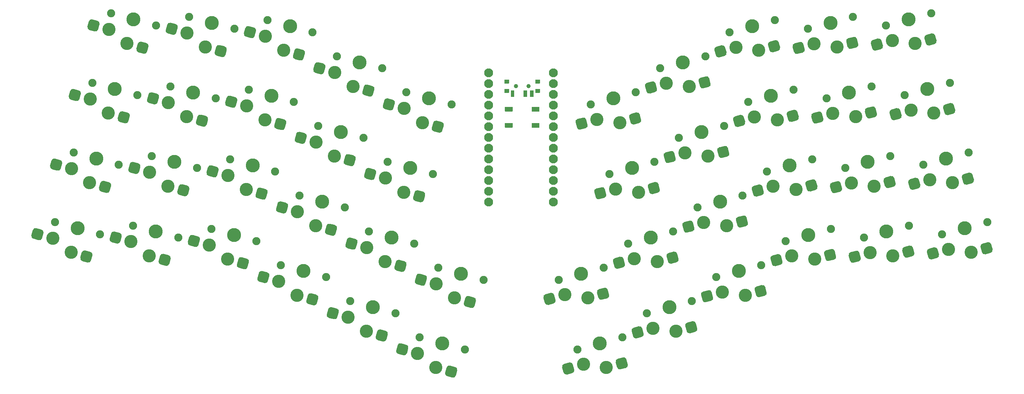
<source format=gbr>
%TF.GenerationSoftware,KiCad,Pcbnew,(5.1.10)-1*%
%TF.CreationDate,2021-10-19T15:54:07-06:00*%
%TF.ProjectId,batreus,62617472-6575-4732-9e6b-696361645f70,rev?*%
%TF.SameCoordinates,Original*%
%TF.FileFunction,Soldermask,Bot*%
%TF.FilePolarity,Negative*%
%FSLAX46Y46*%
G04 Gerber Fmt 4.6, Leading zero omitted, Abs format (unit mm)*
G04 Created by KiCad (PCBNEW (5.1.10)-1) date 2021-10-19 15:54:07*
%MOMM*%
%LPD*%
G01*
G04 APERTURE LIST*
%ADD10C,3.100000*%
%ADD11C,1.900000*%
%ADD12C,3.300000*%
%ADD13C,2.100000*%
%ADD14C,1.000000*%
G04 APERTURE END LIST*
%TO.C,S20*%
G36*
G01*
X39085848Y-106709639D02*
X39422313Y-105453936D01*
G75*
G02*
X40218397Y-104994316I627852J-168232D01*
G01*
X41474100Y-105330781D01*
G75*
G02*
X41933720Y-106126865I-168232J-627852D01*
G01*
X41597255Y-107382568D01*
G75*
G02*
X40801171Y-107842188I-627852J168232D01*
G01*
X39545468Y-107505723D01*
G75*
G02*
X39085848Y-106709639I168232J627852D01*
G01*
G37*
G36*
G01*
X50616400Y-111973322D02*
X50952865Y-110717619D01*
G75*
G02*
X51748949Y-110257999I627852J-168232D01*
G01*
X53004652Y-110594464D01*
G75*
G02*
X53464272Y-111390548I-168232J-627852D01*
G01*
X53127807Y-112646251D01*
G75*
G02*
X52331723Y-113105871I-627852J168232D01*
G01*
X51076020Y-112769406D01*
G75*
G02*
X50616400Y-111973322I168232J627852D01*
G01*
G37*
D10*
X44132005Y-107388824D03*
X48418115Y-110711363D03*
D11*
X55257739Y-106435906D03*
X44632555Y-103588896D03*
D12*
X49945147Y-105012401D03*
%TD*%
%TO.C,S30*%
G36*
G01*
X34685925Y-123130378D02*
X35022390Y-121874675D01*
G75*
G02*
X35818474Y-121415055I627852J-168232D01*
G01*
X37074177Y-121751520D01*
G75*
G02*
X37533797Y-122547604I-168232J-627852D01*
G01*
X37197332Y-123803307D01*
G75*
G02*
X36401248Y-124262927I-627852J168232D01*
G01*
X35145545Y-123926462D01*
G75*
G02*
X34685925Y-123130378I168232J627852D01*
G01*
G37*
G36*
G01*
X46216477Y-128394061D02*
X46552942Y-127138358D01*
G75*
G02*
X47349026Y-126678738I627852J-168232D01*
G01*
X48604729Y-127015203D01*
G75*
G02*
X49064349Y-127811287I-168232J-627852D01*
G01*
X48727884Y-129066990D01*
G75*
G02*
X47931800Y-129526610I-627852J168232D01*
G01*
X46676097Y-129190145D01*
G75*
G02*
X46216477Y-128394061I168232J627852D01*
G01*
G37*
D10*
X39732082Y-123809563D03*
X44018192Y-127132102D03*
D11*
X50857816Y-122856645D03*
X40232632Y-120009635D03*
D12*
X45545224Y-121433140D03*
%TD*%
%TO.C,S43*%
G36*
G01*
X160000919Y-155490059D02*
X159664454Y-154234356D01*
G75*
G02*
X160124074Y-153438272I627852J168232D01*
G01*
X161379777Y-153101807D01*
G75*
G02*
X162175861Y-153561427I168232J-627852D01*
G01*
X162512326Y-154817130D01*
G75*
G02*
X162052706Y-155613214I-627852J-168232D01*
G01*
X160797003Y-155949679D01*
G75*
G02*
X160000919Y-155490059I-168232J627852D01*
G01*
G37*
G36*
G01*
X172618512Y-154283265D02*
X172282047Y-153027562D01*
G75*
G02*
X172741667Y-152231478I627852J168232D01*
G01*
X173997370Y-151895013D01*
G75*
G02*
X174793454Y-152354633I168232J-627852D01*
G01*
X175129919Y-153610336D01*
G75*
G02*
X174670299Y-154406420I-627852J-168232D01*
G01*
X173414596Y-154742885D01*
G75*
G02*
X172618512Y-154283265I-168232J627852D01*
G01*
G37*
D10*
X164710612Y-153555171D03*
X170083761Y-154289520D03*
D11*
X173869321Y-147167053D03*
X163244137Y-150014063D03*
D12*
X168556729Y-148590558D03*
%TD*%
%TO.C,S42*%
G36*
G01*
X120583972Y-150287796D02*
X120920437Y-149032093D01*
G75*
G02*
X121716521Y-148572473I627852J-168232D01*
G01*
X122972224Y-148908938D01*
G75*
G02*
X123431844Y-149705022I-168232J-627852D01*
G01*
X123095379Y-150960725D01*
G75*
G02*
X122299295Y-151420345I-627852J168232D01*
G01*
X121043592Y-151083880D01*
G75*
G02*
X120583972Y-150287796I168232J627852D01*
G01*
G37*
G36*
G01*
X132114524Y-155551479D02*
X132450989Y-154295776D01*
G75*
G02*
X133247073Y-153836156I627852J-168232D01*
G01*
X134502776Y-154172621D01*
G75*
G02*
X134962396Y-154968705I-168232J-627852D01*
G01*
X134625931Y-156224408D01*
G75*
G02*
X133829847Y-156684028I-627852J168232D01*
G01*
X132574144Y-156347563D01*
G75*
G02*
X132114524Y-155551479I168232J627852D01*
G01*
G37*
D10*
X125630129Y-150966981D03*
X129916239Y-154289520D03*
D11*
X136755863Y-150014063D03*
X126130679Y-147167053D03*
D12*
X131443271Y-148590558D03*
%TD*%
%TO.C,S41*%
G36*
G01*
X155600995Y-139069319D02*
X155264530Y-137813616D01*
G75*
G02*
X155724150Y-137017532I627852J168232D01*
G01*
X156979853Y-136681067D01*
G75*
G02*
X157775937Y-137140687I168232J-627852D01*
G01*
X158112402Y-138396390D01*
G75*
G02*
X157652782Y-139192474I-627852J-168232D01*
G01*
X156397079Y-139528939D01*
G75*
G02*
X155600995Y-139069319I-168232J627852D01*
G01*
G37*
G36*
G01*
X168218588Y-137862525D02*
X167882123Y-136606822D01*
G75*
G02*
X168341743Y-135810738I627852J168232D01*
G01*
X169597446Y-135474273D01*
G75*
G02*
X170393530Y-135933893I168232J-627852D01*
G01*
X170729995Y-137189596D01*
G75*
G02*
X170270375Y-137985680I-627852J-168232D01*
G01*
X169014672Y-138322145D01*
G75*
G02*
X168218588Y-137862525I-168232J627852D01*
G01*
G37*
D10*
X160310688Y-137134431D03*
X165683837Y-137868780D03*
D11*
X169469397Y-130746313D03*
X158844213Y-133593323D03*
D12*
X164156805Y-132169818D03*
%TD*%
%TO.C,S40*%
G36*
G01*
X124983896Y-133867056D02*
X125320361Y-132611353D01*
G75*
G02*
X126116445Y-132151733I627852J-168232D01*
G01*
X127372148Y-132488198D01*
G75*
G02*
X127831768Y-133284282I-168232J-627852D01*
G01*
X127495303Y-134539985D01*
G75*
G02*
X126699219Y-134999605I-627852J168232D01*
G01*
X125443516Y-134663140D01*
G75*
G02*
X124983896Y-133867056I168232J627852D01*
G01*
G37*
G36*
G01*
X136514448Y-139130739D02*
X136850913Y-137875036D01*
G75*
G02*
X137646997Y-137415416I627852J-168232D01*
G01*
X138902700Y-137751881D01*
G75*
G02*
X139362320Y-138547965I-168232J-627852D01*
G01*
X139025855Y-139803668D01*
G75*
G02*
X138229771Y-140263288I-627852J168232D01*
G01*
X136974068Y-139926823D01*
G75*
G02*
X136514448Y-139130739I168232J627852D01*
G01*
G37*
D10*
X130030053Y-134546241D03*
X134316163Y-137868780D03*
D11*
X141155787Y-133593323D03*
X130530603Y-130746313D03*
D12*
X135843195Y-132169818D03*
%TD*%
%TO.C,S39*%
G36*
G01*
X245898966Y-128332641D02*
X245562501Y-127076938D01*
G75*
G02*
X246022121Y-126280854I627852J168232D01*
G01*
X247277824Y-125944389D01*
G75*
G02*
X248073908Y-126404009I168232J-627852D01*
G01*
X248410373Y-127659712D01*
G75*
G02*
X247950753Y-128455796I-627852J-168232D01*
G01*
X246695050Y-128792261D01*
G75*
G02*
X245898966Y-128332641I-168232J627852D01*
G01*
G37*
G36*
G01*
X258516559Y-127125847D02*
X258180094Y-125870144D01*
G75*
G02*
X258639714Y-125074060I627852J168232D01*
G01*
X259895417Y-124737595D01*
G75*
G02*
X260691501Y-125197215I168232J-627852D01*
G01*
X261027966Y-126452918D01*
G75*
G02*
X260568346Y-127249002I-627852J-168232D01*
G01*
X259312643Y-127585467D01*
G75*
G02*
X258516559Y-127125847I-168232J627852D01*
G01*
G37*
D10*
X250608659Y-126397753D03*
X255981808Y-127132102D03*
D11*
X259767368Y-120009635D03*
X249142184Y-122856645D03*
D12*
X254454776Y-121433140D03*
%TD*%
%TO.C,S38*%
G36*
G01*
X227477025Y-129127681D02*
X227140560Y-127871978D01*
G75*
G02*
X227600180Y-127075894I627852J168232D01*
G01*
X228855883Y-126739429D01*
G75*
G02*
X229651967Y-127199049I168232J-627852D01*
G01*
X229988432Y-128454752D01*
G75*
G02*
X229528812Y-129250836I-627852J-168232D01*
G01*
X228273109Y-129587301D01*
G75*
G02*
X227477025Y-129127681I-168232J627852D01*
G01*
G37*
G36*
G01*
X240094618Y-127920887D02*
X239758153Y-126665184D01*
G75*
G02*
X240217773Y-125869100I627852J168232D01*
G01*
X241473476Y-125532635D01*
G75*
G02*
X242269560Y-125992255I168232J-627852D01*
G01*
X242606025Y-127247958D01*
G75*
G02*
X242146405Y-128044042I-627852J-168232D01*
G01*
X240890702Y-128380507D01*
G75*
G02*
X240094618Y-127920887I-168232J627852D01*
G01*
G37*
D10*
X232186718Y-127192793D03*
X237559867Y-127927142D03*
D11*
X241345427Y-120804675D03*
X230720243Y-123651685D03*
D12*
X236032835Y-122228180D03*
%TD*%
%TO.C,S37*%
G36*
G01*
X209055084Y-129922720D02*
X208718619Y-128667017D01*
G75*
G02*
X209178239Y-127870933I627852J168232D01*
G01*
X210433942Y-127534468D01*
G75*
G02*
X211230026Y-127994088I168232J-627852D01*
G01*
X211566491Y-129249791D01*
G75*
G02*
X211106871Y-130045875I-627852J-168232D01*
G01*
X209851168Y-130382340D01*
G75*
G02*
X209055084Y-129922720I-168232J627852D01*
G01*
G37*
G36*
G01*
X221672677Y-128715926D02*
X221336212Y-127460223D01*
G75*
G02*
X221795832Y-126664139I627852J168232D01*
G01*
X223051535Y-126327674D01*
G75*
G02*
X223847619Y-126787294I168232J-627852D01*
G01*
X224184084Y-128042997D01*
G75*
G02*
X223724464Y-128839081I-627852J-168232D01*
G01*
X222468761Y-129175546D01*
G75*
G02*
X221672677Y-128715926I-168232J627852D01*
G01*
G37*
D10*
X213764777Y-127987832D03*
X219137926Y-128722181D03*
D11*
X222923486Y-121599714D03*
X212298302Y-124446724D03*
D12*
X217610894Y-123023219D03*
%TD*%
%TO.C,S36*%
G36*
G01*
X192703695Y-138445166D02*
X192367230Y-137189463D01*
G75*
G02*
X192826850Y-136393379I627852J168232D01*
G01*
X194082553Y-136056914D01*
G75*
G02*
X194878637Y-136516534I168232J-627852D01*
G01*
X195215102Y-137772237D01*
G75*
G02*
X194755482Y-138568321I-627852J-168232D01*
G01*
X193499779Y-138904786D01*
G75*
G02*
X192703695Y-138445166I-168232J627852D01*
G01*
G37*
G36*
G01*
X205321288Y-137238372D02*
X204984823Y-135982669D01*
G75*
G02*
X205444443Y-135186585I627852J168232D01*
G01*
X206700146Y-134850120D01*
G75*
G02*
X207496230Y-135309740I168232J-627852D01*
G01*
X207832695Y-136565443D01*
G75*
G02*
X207373075Y-137361527I-627852J-168232D01*
G01*
X206117372Y-137697992D01*
G75*
G02*
X205321288Y-137238372I-168232J627852D01*
G01*
G37*
D10*
X197413388Y-136510278D03*
X202786537Y-137244627D03*
D11*
X206572097Y-130122160D03*
X195946913Y-132969170D03*
D12*
X201259505Y-131545665D03*
%TD*%
%TO.C,S35*%
G36*
G01*
X176352307Y-146967612D02*
X176015842Y-145711909D01*
G75*
G02*
X176475462Y-144915825I627852J168232D01*
G01*
X177731165Y-144579360D01*
G75*
G02*
X178527249Y-145038980I168232J-627852D01*
G01*
X178863714Y-146294683D01*
G75*
G02*
X178404094Y-147090767I-627852J-168232D01*
G01*
X177148391Y-147427232D01*
G75*
G02*
X176352307Y-146967612I-168232J627852D01*
G01*
G37*
G36*
G01*
X188969900Y-145760818D02*
X188633435Y-144505115D01*
G75*
G02*
X189093055Y-143709031I627852J168232D01*
G01*
X190348758Y-143372566D01*
G75*
G02*
X191144842Y-143832186I168232J-627852D01*
G01*
X191481307Y-145087889D01*
G75*
G02*
X191021687Y-145883973I-627852J-168232D01*
G01*
X189765984Y-146220438D01*
G75*
G02*
X188969900Y-145760818I-168232J627852D01*
G01*
G37*
D10*
X181062000Y-145032724D03*
X186435149Y-145767073D03*
D11*
X190220709Y-138644606D03*
X179595525Y-141491616D03*
D12*
X184908117Y-140068111D03*
%TD*%
%TO.C,S34*%
G36*
G01*
X104232584Y-141765349D02*
X104569049Y-140509646D01*
G75*
G02*
X105365133Y-140050026I627852J-168232D01*
G01*
X106620836Y-140386491D01*
G75*
G02*
X107080456Y-141182575I-168232J-627852D01*
G01*
X106743991Y-142438278D01*
G75*
G02*
X105947907Y-142897898I-627852J168232D01*
G01*
X104692204Y-142561433D01*
G75*
G02*
X104232584Y-141765349I168232J627852D01*
G01*
G37*
G36*
G01*
X115763136Y-147029032D02*
X116099601Y-145773329D01*
G75*
G02*
X116895685Y-145313709I627852J-168232D01*
G01*
X118151388Y-145650174D01*
G75*
G02*
X118611008Y-146446258I-168232J-627852D01*
G01*
X118274543Y-147701961D01*
G75*
G02*
X117478459Y-148161581I-627852J168232D01*
G01*
X116222756Y-147825116D01*
G75*
G02*
X115763136Y-147029032I168232J627852D01*
G01*
G37*
D10*
X109278741Y-142444534D03*
X113564851Y-145767073D03*
D11*
X120404475Y-141491616D03*
X109779291Y-138644606D03*
D12*
X115091883Y-140068111D03*
%TD*%
%TO.C,S33*%
G36*
G01*
X87881196Y-133242903D02*
X88217661Y-131987200D01*
G75*
G02*
X89013745Y-131527580I627852J-168232D01*
G01*
X90269448Y-131864045D01*
G75*
G02*
X90729068Y-132660129I-168232J-627852D01*
G01*
X90392603Y-133915832D01*
G75*
G02*
X89596519Y-134375452I-627852J168232D01*
G01*
X88340816Y-134038987D01*
G75*
G02*
X87881196Y-133242903I168232J627852D01*
G01*
G37*
G36*
G01*
X99411748Y-138506586D02*
X99748213Y-137250883D01*
G75*
G02*
X100544297Y-136791263I627852J-168232D01*
G01*
X101800000Y-137127728D01*
G75*
G02*
X102259620Y-137923812I-168232J-627852D01*
G01*
X101923155Y-139179515D01*
G75*
G02*
X101127071Y-139639135I-627852J168232D01*
G01*
X99871368Y-139302670D01*
G75*
G02*
X99411748Y-138506586I168232J627852D01*
G01*
G37*
D10*
X92927353Y-133922088D03*
X97213463Y-137244627D03*
D11*
X104053087Y-132969170D03*
X93427903Y-130122160D03*
D12*
X98740495Y-131545665D03*
%TD*%
%TO.C,S32*%
G36*
G01*
X71529807Y-124720457D02*
X71866272Y-123464754D01*
G75*
G02*
X72662356Y-123005134I627852J-168232D01*
G01*
X73918059Y-123341599D01*
G75*
G02*
X74377679Y-124137683I-168232J-627852D01*
G01*
X74041214Y-125393386D01*
G75*
G02*
X73245130Y-125853006I-627852J168232D01*
G01*
X71989427Y-125516541D01*
G75*
G02*
X71529807Y-124720457I168232J627852D01*
G01*
G37*
G36*
G01*
X83060359Y-129984140D02*
X83396824Y-128728437D01*
G75*
G02*
X84192908Y-128268817I627852J-168232D01*
G01*
X85448611Y-128605282D01*
G75*
G02*
X85908231Y-129401366I-168232J-627852D01*
G01*
X85571766Y-130657069D01*
G75*
G02*
X84775682Y-131116689I-627852J168232D01*
G01*
X83519979Y-130780224D01*
G75*
G02*
X83060359Y-129984140I168232J627852D01*
G01*
G37*
D10*
X76575964Y-125399642D03*
X80862074Y-128722181D03*
D11*
X87701698Y-124446724D03*
X77076514Y-121599714D03*
D12*
X82389106Y-123023219D03*
%TD*%
%TO.C,S31*%
G36*
G01*
X53107866Y-123925418D02*
X53444331Y-122669715D01*
G75*
G02*
X54240415Y-122210095I627852J-168232D01*
G01*
X55496118Y-122546560D01*
G75*
G02*
X55955738Y-123342644I-168232J-627852D01*
G01*
X55619273Y-124598347D01*
G75*
G02*
X54823189Y-125057967I-627852J168232D01*
G01*
X53567486Y-124721502D01*
G75*
G02*
X53107866Y-123925418I168232J627852D01*
G01*
G37*
G36*
G01*
X64638418Y-129189101D02*
X64974883Y-127933398D01*
G75*
G02*
X65770967Y-127473778I627852J-168232D01*
G01*
X67026670Y-127810243D01*
G75*
G02*
X67486290Y-128606327I-168232J-627852D01*
G01*
X67149825Y-129862030D01*
G75*
G02*
X66353741Y-130321650I-627852J168232D01*
G01*
X65098038Y-129985185D01*
G75*
G02*
X64638418Y-129189101I168232J627852D01*
G01*
G37*
D10*
X58154023Y-124604603D03*
X62440133Y-127927142D03*
D11*
X69279757Y-123651685D03*
X58654573Y-120804675D03*
D12*
X63967165Y-122228180D03*
%TD*%
%TO.C,S29*%
G36*
G01*
X241499043Y-111911902D02*
X241162578Y-110656199D01*
G75*
G02*
X241622198Y-109860115I627852J168232D01*
G01*
X242877901Y-109523650D01*
G75*
G02*
X243673985Y-109983270I168232J-627852D01*
G01*
X244010450Y-111238973D01*
G75*
G02*
X243550830Y-112035057I-627852J-168232D01*
G01*
X242295127Y-112371522D01*
G75*
G02*
X241499043Y-111911902I-168232J627852D01*
G01*
G37*
G36*
G01*
X254116636Y-110705108D02*
X253780171Y-109449405D01*
G75*
G02*
X254239791Y-108653321I627852J168232D01*
G01*
X255495494Y-108316856D01*
G75*
G02*
X256291578Y-108776476I168232J-627852D01*
G01*
X256628043Y-110032179D01*
G75*
G02*
X256168423Y-110828263I-627852J-168232D01*
G01*
X254912720Y-111164728D01*
G75*
G02*
X254116636Y-110705108I-168232J627852D01*
G01*
G37*
D10*
X246208736Y-109977014D03*
X251581885Y-110711363D03*
D11*
X255367445Y-103588896D03*
X244742261Y-106435906D03*
D12*
X250054853Y-105012401D03*
%TD*%
%TO.C,S28*%
G36*
G01*
X223077102Y-112706942D02*
X222740637Y-111451239D01*
G75*
G02*
X223200257Y-110655155I627852J168232D01*
G01*
X224455960Y-110318690D01*
G75*
G02*
X225252044Y-110778310I168232J-627852D01*
G01*
X225588509Y-112034013D01*
G75*
G02*
X225128889Y-112830097I-627852J-168232D01*
G01*
X223873186Y-113166562D01*
G75*
G02*
X223077102Y-112706942I-168232J627852D01*
G01*
G37*
G36*
G01*
X235694695Y-111500148D02*
X235358230Y-110244445D01*
G75*
G02*
X235817850Y-109448361I627852J168232D01*
G01*
X237073553Y-109111896D01*
G75*
G02*
X237869637Y-109571516I168232J-627852D01*
G01*
X238206102Y-110827219D01*
G75*
G02*
X237746482Y-111623303I-627852J-168232D01*
G01*
X236490779Y-111959768D01*
G75*
G02*
X235694695Y-111500148I-168232J627852D01*
G01*
G37*
D10*
X227786795Y-110772054D03*
X233159944Y-111506403D03*
D11*
X236945504Y-104383936D03*
X226320320Y-107230946D03*
D12*
X231632912Y-105807441D03*
%TD*%
%TO.C,S27*%
G36*
G01*
X204655161Y-113501981D02*
X204318696Y-112246278D01*
G75*
G02*
X204778316Y-111450194I627852J168232D01*
G01*
X206034019Y-111113729D01*
G75*
G02*
X206830103Y-111573349I168232J-627852D01*
G01*
X207166568Y-112829052D01*
G75*
G02*
X206706948Y-113625136I-627852J-168232D01*
G01*
X205451245Y-113961601D01*
G75*
G02*
X204655161Y-113501981I-168232J627852D01*
G01*
G37*
G36*
G01*
X217272754Y-112295187D02*
X216936289Y-111039484D01*
G75*
G02*
X217395909Y-110243400I627852J168232D01*
G01*
X218651612Y-109906935D01*
G75*
G02*
X219447696Y-110366555I168232J-627852D01*
G01*
X219784161Y-111622258D01*
G75*
G02*
X219324541Y-112418342I-627852J-168232D01*
G01*
X218068838Y-112754807D01*
G75*
G02*
X217272754Y-112295187I-168232J627852D01*
G01*
G37*
D10*
X209364854Y-111567093D03*
X214738003Y-112301442D03*
D11*
X218523563Y-105178975D03*
X207898379Y-108025985D03*
D12*
X213210971Y-106602480D03*
%TD*%
%TO.C,S26*%
G36*
G01*
X188303772Y-122024427D02*
X187967307Y-120768724D01*
G75*
G02*
X188426927Y-119972640I627852J168232D01*
G01*
X189682630Y-119636175D01*
G75*
G02*
X190478714Y-120095795I168232J-627852D01*
G01*
X190815179Y-121351498D01*
G75*
G02*
X190355559Y-122147582I-627852J-168232D01*
G01*
X189099856Y-122484047D01*
G75*
G02*
X188303772Y-122024427I-168232J627852D01*
G01*
G37*
G36*
G01*
X200921365Y-120817633D02*
X200584900Y-119561930D01*
G75*
G02*
X201044520Y-118765846I627852J168232D01*
G01*
X202300223Y-118429381D01*
G75*
G02*
X203096307Y-118889001I168232J-627852D01*
G01*
X203432772Y-120144704D01*
G75*
G02*
X202973152Y-120940788I-627852J-168232D01*
G01*
X201717449Y-121277253D01*
G75*
G02*
X200921365Y-120817633I-168232J627852D01*
G01*
G37*
D10*
X193013465Y-120089539D03*
X198386614Y-120823888D03*
D11*
X202172174Y-113701421D03*
X191546990Y-116548431D03*
D12*
X196859582Y-115124926D03*
%TD*%
%TO.C,S25*%
G36*
G01*
X171952383Y-130546873D02*
X171615918Y-129291170D01*
G75*
G02*
X172075538Y-128495086I627852J168232D01*
G01*
X173331241Y-128158621D01*
G75*
G02*
X174127325Y-128618241I168232J-627852D01*
G01*
X174463790Y-129873944D01*
G75*
G02*
X174004170Y-130670028I-627852J-168232D01*
G01*
X172748467Y-131006493D01*
G75*
G02*
X171952383Y-130546873I-168232J627852D01*
G01*
G37*
G36*
G01*
X184569976Y-129340079D02*
X184233511Y-128084376D01*
G75*
G02*
X184693131Y-127288292I627852J168232D01*
G01*
X185948834Y-126951827D01*
G75*
G02*
X186744918Y-127411447I168232J-627852D01*
G01*
X187081383Y-128667150D01*
G75*
G02*
X186621763Y-129463234I-627852J-168232D01*
G01*
X185366060Y-129799699D01*
G75*
G02*
X184569976Y-129340079I-168232J627852D01*
G01*
G37*
D10*
X176662076Y-128611985D03*
X182035225Y-129346334D03*
D11*
X185820785Y-122223867D03*
X175195601Y-125070877D03*
D12*
X180508193Y-123647372D03*
%TD*%
%TO.C,S24*%
G36*
G01*
X108632508Y-125344610D02*
X108968973Y-124088907D01*
G75*
G02*
X109765057Y-123629287I627852J-168232D01*
G01*
X111020760Y-123965752D01*
G75*
G02*
X111480380Y-124761836I-168232J-627852D01*
G01*
X111143915Y-126017539D01*
G75*
G02*
X110347831Y-126477159I-627852J168232D01*
G01*
X109092128Y-126140694D01*
G75*
G02*
X108632508Y-125344610I168232J627852D01*
G01*
G37*
G36*
G01*
X120163060Y-130608293D02*
X120499525Y-129352590D01*
G75*
G02*
X121295609Y-128892970I627852J-168232D01*
G01*
X122551312Y-129229435D01*
G75*
G02*
X123010932Y-130025519I-168232J-627852D01*
G01*
X122674467Y-131281222D01*
G75*
G02*
X121878383Y-131740842I-627852J168232D01*
G01*
X120622680Y-131404377D01*
G75*
G02*
X120163060Y-130608293I168232J627852D01*
G01*
G37*
D10*
X113678665Y-126023795D03*
X117964775Y-129346334D03*
D11*
X124804399Y-125070877D03*
X114179215Y-122223867D03*
D12*
X119491807Y-123647372D03*
%TD*%
%TO.C,S23*%
G36*
G01*
X92281119Y-116822164D02*
X92617584Y-115566461D01*
G75*
G02*
X93413668Y-115106841I627852J-168232D01*
G01*
X94669371Y-115443306D01*
G75*
G02*
X95128991Y-116239390I-168232J-627852D01*
G01*
X94792526Y-117495093D01*
G75*
G02*
X93996442Y-117954713I-627852J168232D01*
G01*
X92740739Y-117618248D01*
G75*
G02*
X92281119Y-116822164I168232J627852D01*
G01*
G37*
G36*
G01*
X103811671Y-122085847D02*
X104148136Y-120830144D01*
G75*
G02*
X104944220Y-120370524I627852J-168232D01*
G01*
X106199923Y-120706989D01*
G75*
G02*
X106659543Y-121503073I-168232J-627852D01*
G01*
X106323078Y-122758776D01*
G75*
G02*
X105526994Y-123218396I-627852J168232D01*
G01*
X104271291Y-122881931D01*
G75*
G02*
X103811671Y-122085847I168232J627852D01*
G01*
G37*
D10*
X97327276Y-117501349D03*
X101613386Y-120823888D03*
D11*
X108453010Y-116548431D03*
X97827826Y-113701421D03*
D12*
X103140418Y-115124926D03*
%TD*%
%TO.C,S22*%
G36*
G01*
X75929730Y-108299718D02*
X76266195Y-107044015D01*
G75*
G02*
X77062279Y-106584395I627852J-168232D01*
G01*
X78317982Y-106920860D01*
G75*
G02*
X78777602Y-107716944I-168232J-627852D01*
G01*
X78441137Y-108972647D01*
G75*
G02*
X77645053Y-109432267I-627852J168232D01*
G01*
X76389350Y-109095802D01*
G75*
G02*
X75929730Y-108299718I168232J627852D01*
G01*
G37*
G36*
G01*
X87460282Y-113563401D02*
X87796747Y-112307698D01*
G75*
G02*
X88592831Y-111848078I627852J-168232D01*
G01*
X89848534Y-112184543D01*
G75*
G02*
X90308154Y-112980627I-168232J-627852D01*
G01*
X89971689Y-114236330D01*
G75*
G02*
X89175605Y-114695950I-627852J168232D01*
G01*
X87919902Y-114359485D01*
G75*
G02*
X87460282Y-113563401I168232J627852D01*
G01*
G37*
D10*
X80975887Y-108978903D03*
X85261997Y-112301442D03*
D11*
X92101621Y-108025985D03*
X81476437Y-105178975D03*
D12*
X86789029Y-106602480D03*
%TD*%
%TO.C,S21*%
G36*
G01*
X57507789Y-107504679D02*
X57844254Y-106248976D01*
G75*
G02*
X58640338Y-105789356I627852J-168232D01*
G01*
X59896041Y-106125821D01*
G75*
G02*
X60355661Y-106921905I-168232J-627852D01*
G01*
X60019196Y-108177608D01*
G75*
G02*
X59223112Y-108637228I-627852J168232D01*
G01*
X57967409Y-108300763D01*
G75*
G02*
X57507789Y-107504679I168232J627852D01*
G01*
G37*
G36*
G01*
X69038341Y-112768362D02*
X69374806Y-111512659D01*
G75*
G02*
X70170890Y-111053039I627852J-168232D01*
G01*
X71426593Y-111389504D01*
G75*
G02*
X71886213Y-112185588I-168232J-627852D01*
G01*
X71549748Y-113441291D01*
G75*
G02*
X70753664Y-113900911I-627852J168232D01*
G01*
X69497961Y-113564446D01*
G75*
G02*
X69038341Y-112768362I168232J627852D01*
G01*
G37*
D10*
X62553946Y-108183864D03*
X66840056Y-111506403D03*
D11*
X73679680Y-107230946D03*
X63054496Y-104383936D03*
D12*
X68367088Y-105807441D03*
%TD*%
%TO.C,S19*%
G36*
G01*
X237099118Y-95491163D02*
X236762653Y-94235460D01*
G75*
G02*
X237222273Y-93439376I627852J168232D01*
G01*
X238477976Y-93102911D01*
G75*
G02*
X239274060Y-93562531I168232J-627852D01*
G01*
X239610525Y-94818234D01*
G75*
G02*
X239150905Y-95614318I-627852J-168232D01*
G01*
X237895202Y-95950783D01*
G75*
G02*
X237099118Y-95491163I-168232J627852D01*
G01*
G37*
G36*
G01*
X249716711Y-94284369D02*
X249380246Y-93028666D01*
G75*
G02*
X249839866Y-92232582I627852J168232D01*
G01*
X251095569Y-91896117D01*
G75*
G02*
X251891653Y-92355737I168232J-627852D01*
G01*
X252228118Y-93611440D01*
G75*
G02*
X251768498Y-94407524I-627852J-168232D01*
G01*
X250512795Y-94743989D01*
G75*
G02*
X249716711Y-94284369I-168232J627852D01*
G01*
G37*
D10*
X241808811Y-93556275D03*
X247181960Y-94290624D03*
D11*
X250967520Y-87168157D03*
X240342336Y-90015167D03*
D12*
X245654928Y-88591662D03*
%TD*%
%TO.C,S18*%
G36*
G01*
X218677178Y-96286203D02*
X218340713Y-95030500D01*
G75*
G02*
X218800333Y-94234416I627852J168232D01*
G01*
X220056036Y-93897951D01*
G75*
G02*
X220852120Y-94357571I168232J-627852D01*
G01*
X221188585Y-95613274D01*
G75*
G02*
X220728965Y-96409358I-627852J-168232D01*
G01*
X219473262Y-96745823D01*
G75*
G02*
X218677178Y-96286203I-168232J627852D01*
G01*
G37*
G36*
G01*
X231294771Y-95079409D02*
X230958306Y-93823706D01*
G75*
G02*
X231417926Y-93027622I627852J168232D01*
G01*
X232673629Y-92691157D01*
G75*
G02*
X233469713Y-93150777I168232J-627852D01*
G01*
X233806178Y-94406480D01*
G75*
G02*
X233346558Y-95202564I-627852J-168232D01*
G01*
X232090855Y-95539029D01*
G75*
G02*
X231294771Y-95079409I-168232J627852D01*
G01*
G37*
D10*
X223386871Y-94351315D03*
X228760020Y-95085664D03*
D11*
X232545580Y-87963197D03*
X221920396Y-90810207D03*
D12*
X227232988Y-89386702D03*
%TD*%
%TO.C,S17*%
G36*
G01*
X200255236Y-97081242D02*
X199918771Y-95825539D01*
G75*
G02*
X200378391Y-95029455I627852J168232D01*
G01*
X201634094Y-94692990D01*
G75*
G02*
X202430178Y-95152610I168232J-627852D01*
G01*
X202766643Y-96408313D01*
G75*
G02*
X202307023Y-97204397I-627852J-168232D01*
G01*
X201051320Y-97540862D01*
G75*
G02*
X200255236Y-97081242I-168232J627852D01*
G01*
G37*
G36*
G01*
X212872829Y-95874448D02*
X212536364Y-94618745D01*
G75*
G02*
X212995984Y-93822661I627852J168232D01*
G01*
X214251687Y-93486196D01*
G75*
G02*
X215047771Y-93945816I168232J-627852D01*
G01*
X215384236Y-95201519D01*
G75*
G02*
X214924616Y-95997603I-627852J-168232D01*
G01*
X213668913Y-96334068D01*
G75*
G02*
X212872829Y-95874448I-168232J627852D01*
G01*
G37*
D10*
X204964929Y-95146354D03*
X210338078Y-95880703D03*
D11*
X214123638Y-88758236D03*
X203498454Y-91605246D03*
D12*
X208811046Y-90181741D03*
%TD*%
%TO.C,S16*%
G36*
G01*
X183903848Y-105603688D02*
X183567383Y-104347985D01*
G75*
G02*
X184027003Y-103551901I627852J168232D01*
G01*
X185282706Y-103215436D01*
G75*
G02*
X186078790Y-103675056I168232J-627852D01*
G01*
X186415255Y-104930759D01*
G75*
G02*
X185955635Y-105726843I-627852J-168232D01*
G01*
X184699932Y-106063308D01*
G75*
G02*
X183903848Y-105603688I-168232J627852D01*
G01*
G37*
G36*
G01*
X196521441Y-104396894D02*
X196184976Y-103141191D01*
G75*
G02*
X196644596Y-102345107I627852J168232D01*
G01*
X197900299Y-102008642D01*
G75*
G02*
X198696383Y-102468262I168232J-627852D01*
G01*
X199032848Y-103723965D01*
G75*
G02*
X198573228Y-104520049I-627852J-168232D01*
G01*
X197317525Y-104856514D01*
G75*
G02*
X196521441Y-104396894I-168232J627852D01*
G01*
G37*
D10*
X188613541Y-103668800D03*
X193986690Y-104403149D03*
D11*
X197772250Y-97280682D03*
X187147066Y-100127692D03*
D12*
X192459658Y-98704187D03*
%TD*%
%TO.C,S15*%
G36*
G01*
X167552459Y-114126134D02*
X167215994Y-112870431D01*
G75*
G02*
X167675614Y-112074347I627852J168232D01*
G01*
X168931317Y-111737882D01*
G75*
G02*
X169727401Y-112197502I168232J-627852D01*
G01*
X170063866Y-113453205D01*
G75*
G02*
X169604246Y-114249289I-627852J-168232D01*
G01*
X168348543Y-114585754D01*
G75*
G02*
X167552459Y-114126134I-168232J627852D01*
G01*
G37*
G36*
G01*
X180170052Y-112919340D02*
X179833587Y-111663637D01*
G75*
G02*
X180293207Y-110867553I627852J168232D01*
G01*
X181548910Y-110531088D01*
G75*
G02*
X182344994Y-110990708I168232J-627852D01*
G01*
X182681459Y-112246411D01*
G75*
G02*
X182221839Y-113042495I-627852J-168232D01*
G01*
X180966136Y-113378960D01*
G75*
G02*
X180170052Y-112919340I-168232J627852D01*
G01*
G37*
D10*
X172262152Y-112191246D03*
X177635301Y-112925595D03*
D11*
X181420861Y-105803128D03*
X170795677Y-108650138D03*
D12*
X176108269Y-107226633D03*
%TD*%
%TO.C,S14*%
G36*
G01*
X113032432Y-108923871D02*
X113368897Y-107668168D01*
G75*
G02*
X114164981Y-107208548I627852J-168232D01*
G01*
X115420684Y-107545013D01*
G75*
G02*
X115880304Y-108341097I-168232J-627852D01*
G01*
X115543839Y-109596800D01*
G75*
G02*
X114747755Y-110056420I-627852J168232D01*
G01*
X113492052Y-109719955D01*
G75*
G02*
X113032432Y-108923871I168232J627852D01*
G01*
G37*
G36*
G01*
X124562984Y-114187554D02*
X124899449Y-112931851D01*
G75*
G02*
X125695533Y-112472231I627852J-168232D01*
G01*
X126951236Y-112808696D01*
G75*
G02*
X127410856Y-113604780I-168232J-627852D01*
G01*
X127074391Y-114860483D01*
G75*
G02*
X126278307Y-115320103I-627852J168232D01*
G01*
X125022604Y-114983638D01*
G75*
G02*
X124562984Y-114187554I168232J627852D01*
G01*
G37*
D10*
X118078589Y-109603056D03*
X122364699Y-112925595D03*
D11*
X129204323Y-108650138D03*
X118579139Y-105803128D03*
D12*
X123891731Y-107226633D03*
%TD*%
%TO.C,S13*%
G36*
G01*
X96681043Y-100401425D02*
X97017508Y-99145722D01*
G75*
G02*
X97813592Y-98686102I627852J-168232D01*
G01*
X99069295Y-99022567D01*
G75*
G02*
X99528915Y-99818651I-168232J-627852D01*
G01*
X99192450Y-101074354D01*
G75*
G02*
X98396366Y-101533974I-627852J168232D01*
G01*
X97140663Y-101197509D01*
G75*
G02*
X96681043Y-100401425I168232J627852D01*
G01*
G37*
G36*
G01*
X108211595Y-105665108D02*
X108548060Y-104409405D01*
G75*
G02*
X109344144Y-103949785I627852J-168232D01*
G01*
X110599847Y-104286250D01*
G75*
G02*
X111059467Y-105082334I-168232J-627852D01*
G01*
X110723002Y-106338037D01*
G75*
G02*
X109926918Y-106797657I-627852J168232D01*
G01*
X108671215Y-106461192D01*
G75*
G02*
X108211595Y-105665108I168232J627852D01*
G01*
G37*
D10*
X101727200Y-101080610D03*
X106013310Y-104403149D03*
D11*
X112852934Y-100127692D03*
X102227750Y-97280682D03*
D12*
X107540342Y-98704187D03*
%TD*%
%TO.C,S12*%
G36*
G01*
X80329655Y-91878979D02*
X80666120Y-90623276D01*
G75*
G02*
X81462204Y-90163656I627852J-168232D01*
G01*
X82717907Y-90500121D01*
G75*
G02*
X83177527Y-91296205I-168232J-627852D01*
G01*
X82841062Y-92551908D01*
G75*
G02*
X82044978Y-93011528I-627852J168232D01*
G01*
X80789275Y-92675063D01*
G75*
G02*
X80329655Y-91878979I168232J627852D01*
G01*
G37*
G36*
G01*
X91860207Y-97142662D02*
X92196672Y-95886959D01*
G75*
G02*
X92992756Y-95427339I627852J-168232D01*
G01*
X94248459Y-95763804D01*
G75*
G02*
X94708079Y-96559888I-168232J-627852D01*
G01*
X94371614Y-97815591D01*
G75*
G02*
X93575530Y-98275211I-627852J168232D01*
G01*
X92319827Y-97938746D01*
G75*
G02*
X91860207Y-97142662I168232J627852D01*
G01*
G37*
D10*
X85375812Y-92558164D03*
X89661922Y-95880703D03*
D11*
X96501546Y-91605246D03*
X85876362Y-88758236D03*
D12*
X91188954Y-90181741D03*
%TD*%
%TO.C,S11*%
G36*
G01*
X61907713Y-91083940D02*
X62244178Y-89828237D01*
G75*
G02*
X63040262Y-89368617I627852J-168232D01*
G01*
X64295965Y-89705082D01*
G75*
G02*
X64755585Y-90501166I-168232J-627852D01*
G01*
X64419120Y-91756869D01*
G75*
G02*
X63623036Y-92216489I-627852J168232D01*
G01*
X62367333Y-91880024D01*
G75*
G02*
X61907713Y-91083940I168232J627852D01*
G01*
G37*
G36*
G01*
X73438265Y-96347623D02*
X73774730Y-95091920D01*
G75*
G02*
X74570814Y-94632300I627852J-168232D01*
G01*
X75826517Y-94968765D01*
G75*
G02*
X76286137Y-95764849I-168232J-627852D01*
G01*
X75949672Y-97020552D01*
G75*
G02*
X75153588Y-97480172I-627852J168232D01*
G01*
X73897885Y-97143707D01*
G75*
G02*
X73438265Y-96347623I168232J627852D01*
G01*
G37*
D10*
X66953870Y-91763125D03*
X71239980Y-95085664D03*
D11*
X78079604Y-90810207D03*
X67454420Y-87963197D03*
D12*
X72767012Y-89386702D03*
%TD*%
%TO.C,S10*%
G36*
G01*
X43485773Y-90288900D02*
X43822238Y-89033197D01*
G75*
G02*
X44618322Y-88573577I627852J-168232D01*
G01*
X45874025Y-88910042D01*
G75*
G02*
X46333645Y-89706126I-168232J-627852D01*
G01*
X45997180Y-90961829D01*
G75*
G02*
X45201096Y-91421449I-627852J168232D01*
G01*
X43945393Y-91084984D01*
G75*
G02*
X43485773Y-90288900I168232J627852D01*
G01*
G37*
G36*
G01*
X55016325Y-95552583D02*
X55352790Y-94296880D01*
G75*
G02*
X56148874Y-93837260I627852J-168232D01*
G01*
X57404577Y-94173725D01*
G75*
G02*
X57864197Y-94969809I-168232J-627852D01*
G01*
X57527732Y-96225512D01*
G75*
G02*
X56731648Y-96685132I-627852J168232D01*
G01*
X55475945Y-96348667D01*
G75*
G02*
X55016325Y-95552583I168232J627852D01*
G01*
G37*
D10*
X48531930Y-90968085D03*
X52818040Y-94290624D03*
D11*
X59657664Y-90015167D03*
X49032480Y-87168157D03*
D12*
X54345072Y-88591662D03*
%TD*%
%TO.C,S9*%
G36*
G01*
X232699195Y-79070424D02*
X232362730Y-77814721D01*
G75*
G02*
X232822350Y-77018637I627852J168232D01*
G01*
X234078053Y-76682172D01*
G75*
G02*
X234874137Y-77141792I168232J-627852D01*
G01*
X235210602Y-78397495D01*
G75*
G02*
X234750982Y-79193579I-627852J-168232D01*
G01*
X233495279Y-79530044D01*
G75*
G02*
X232699195Y-79070424I-168232J627852D01*
G01*
G37*
G36*
G01*
X245316788Y-77863630D02*
X244980323Y-76607927D01*
G75*
G02*
X245439943Y-75811843I627852J168232D01*
G01*
X246695646Y-75475378D01*
G75*
G02*
X247491730Y-75934998I168232J-627852D01*
G01*
X247828195Y-77190701D01*
G75*
G02*
X247368575Y-77986785I-627852J-168232D01*
G01*
X246112872Y-78323250D01*
G75*
G02*
X245316788Y-77863630I-168232J627852D01*
G01*
G37*
D10*
X237408888Y-77135536D03*
X242782037Y-77869885D03*
D11*
X246567597Y-70747418D03*
X235942413Y-73594428D03*
D12*
X241255005Y-72170923D03*
%TD*%
%TO.C,S8*%
G36*
G01*
X214277254Y-79865464D02*
X213940789Y-78609761D01*
G75*
G02*
X214400409Y-77813677I627852J168232D01*
G01*
X215656112Y-77477212D01*
G75*
G02*
X216452196Y-77936832I168232J-627852D01*
G01*
X216788661Y-79192535D01*
G75*
G02*
X216329041Y-79988619I-627852J-168232D01*
G01*
X215073338Y-80325084D01*
G75*
G02*
X214277254Y-79865464I-168232J627852D01*
G01*
G37*
G36*
G01*
X226894847Y-78658670D02*
X226558382Y-77402967D01*
G75*
G02*
X227018002Y-76606883I627852J168232D01*
G01*
X228273705Y-76270418D01*
G75*
G02*
X229069789Y-76730038I168232J-627852D01*
G01*
X229406254Y-77985741D01*
G75*
G02*
X228946634Y-78781825I-627852J-168232D01*
G01*
X227690931Y-79118290D01*
G75*
G02*
X226894847Y-78658670I-168232J627852D01*
G01*
G37*
D10*
X218986947Y-77930576D03*
X224360096Y-78664925D03*
D11*
X228145656Y-71542458D03*
X217520472Y-74389468D03*
D12*
X222833064Y-72965963D03*
%TD*%
%TO.C,S7*%
G36*
G01*
X195855313Y-80660503D02*
X195518848Y-79404800D01*
G75*
G02*
X195978468Y-78608716I627852J168232D01*
G01*
X197234171Y-78272251D01*
G75*
G02*
X198030255Y-78731871I168232J-627852D01*
G01*
X198366720Y-79987574D01*
G75*
G02*
X197907100Y-80783658I-627852J-168232D01*
G01*
X196651397Y-81120123D01*
G75*
G02*
X195855313Y-80660503I-168232J627852D01*
G01*
G37*
G36*
G01*
X208472906Y-79453709D02*
X208136441Y-78198006D01*
G75*
G02*
X208596061Y-77401922I627852J168232D01*
G01*
X209851764Y-77065457D01*
G75*
G02*
X210647848Y-77525077I168232J-627852D01*
G01*
X210984313Y-78780780D01*
G75*
G02*
X210524693Y-79576864I-627852J-168232D01*
G01*
X209268990Y-79913329D01*
G75*
G02*
X208472906Y-79453709I-168232J627852D01*
G01*
G37*
D10*
X200565006Y-78725615D03*
X205938155Y-79459964D03*
D11*
X209723715Y-72337497D03*
X199098531Y-75184507D03*
D12*
X204411123Y-73761002D03*
%TD*%
%TO.C,S6*%
G36*
G01*
X179503924Y-89182949D02*
X179167459Y-87927246D01*
G75*
G02*
X179627079Y-87131162I627852J168232D01*
G01*
X180882782Y-86794697D01*
G75*
G02*
X181678866Y-87254317I168232J-627852D01*
G01*
X182015331Y-88510020D01*
G75*
G02*
X181555711Y-89306104I-627852J-168232D01*
G01*
X180300008Y-89642569D01*
G75*
G02*
X179503924Y-89182949I-168232J627852D01*
G01*
G37*
G36*
G01*
X192121517Y-87976155D02*
X191785052Y-86720452D01*
G75*
G02*
X192244672Y-85924368I627852J168232D01*
G01*
X193500375Y-85587903D01*
G75*
G02*
X194296459Y-86047523I168232J-627852D01*
G01*
X194632924Y-87303226D01*
G75*
G02*
X194173304Y-88099310I-627852J-168232D01*
G01*
X192917601Y-88435775D01*
G75*
G02*
X192121517Y-87976155I-168232J627852D01*
G01*
G37*
D10*
X184213617Y-87248061D03*
X189586766Y-87982410D03*
D11*
X193372326Y-80859943D03*
X182747142Y-83706953D03*
D12*
X188059734Y-82283448D03*
%TD*%
%TO.C,S5*%
G36*
G01*
X163152536Y-97705395D02*
X162816071Y-96449692D01*
G75*
G02*
X163275691Y-95653608I627852J168232D01*
G01*
X164531394Y-95317143D01*
G75*
G02*
X165327478Y-95776763I168232J-627852D01*
G01*
X165663943Y-97032466D01*
G75*
G02*
X165204323Y-97828550I-627852J-168232D01*
G01*
X163948620Y-98165015D01*
G75*
G02*
X163152536Y-97705395I-168232J627852D01*
G01*
G37*
G36*
G01*
X175770129Y-96498601D02*
X175433664Y-95242898D01*
G75*
G02*
X175893284Y-94446814I627852J168232D01*
G01*
X177148987Y-94110349D01*
G75*
G02*
X177945071Y-94569969I168232J-627852D01*
G01*
X178281536Y-95825672D01*
G75*
G02*
X177821916Y-96621756I-627852J-168232D01*
G01*
X176566213Y-96958221D01*
G75*
G02*
X175770129Y-96498601I-168232J627852D01*
G01*
G37*
D10*
X167862229Y-95770507D03*
X173235378Y-96504856D03*
D11*
X177020938Y-89382389D03*
X166395754Y-92229399D03*
D12*
X171708346Y-90805894D03*
%TD*%
%TO.C,S4*%
G36*
G01*
X117432355Y-92503132D02*
X117768820Y-91247429D01*
G75*
G02*
X118564904Y-90787809I627852J-168232D01*
G01*
X119820607Y-91124274D01*
G75*
G02*
X120280227Y-91920358I-168232J-627852D01*
G01*
X119943762Y-93176061D01*
G75*
G02*
X119147678Y-93635681I-627852J168232D01*
G01*
X117891975Y-93299216D01*
G75*
G02*
X117432355Y-92503132I168232J627852D01*
G01*
G37*
G36*
G01*
X128962907Y-97766815D02*
X129299372Y-96511112D01*
G75*
G02*
X130095456Y-96051492I627852J-168232D01*
G01*
X131351159Y-96387957D01*
G75*
G02*
X131810779Y-97184041I-168232J-627852D01*
G01*
X131474314Y-98439744D01*
G75*
G02*
X130678230Y-98899364I-627852J168232D01*
G01*
X129422527Y-98562899D01*
G75*
G02*
X128962907Y-97766815I168232J627852D01*
G01*
G37*
D10*
X122478512Y-93182317D03*
X126764622Y-96504856D03*
D11*
X133604246Y-92229399D03*
X122979062Y-89382389D03*
D12*
X128291654Y-90805894D03*
%TD*%
%TO.C,S3*%
G36*
G01*
X101080967Y-83980686D02*
X101417432Y-82724983D01*
G75*
G02*
X102213516Y-82265363I627852J-168232D01*
G01*
X103469219Y-82601828D01*
G75*
G02*
X103928839Y-83397912I-168232J-627852D01*
G01*
X103592374Y-84653615D01*
G75*
G02*
X102796290Y-85113235I-627852J168232D01*
G01*
X101540587Y-84776770D01*
G75*
G02*
X101080967Y-83980686I168232J627852D01*
G01*
G37*
G36*
G01*
X112611519Y-89244369D02*
X112947984Y-87988666D01*
G75*
G02*
X113744068Y-87529046I627852J-168232D01*
G01*
X114999771Y-87865511D01*
G75*
G02*
X115459391Y-88661595I-168232J-627852D01*
G01*
X115122926Y-89917298D01*
G75*
G02*
X114326842Y-90376918I-627852J168232D01*
G01*
X113071139Y-90040453D01*
G75*
G02*
X112611519Y-89244369I168232J627852D01*
G01*
G37*
D10*
X106127124Y-84659871D03*
X110413234Y-87982410D03*
D11*
X117252858Y-83706953D03*
X106627674Y-80859943D03*
D12*
X111940266Y-82283448D03*
%TD*%
%TO.C,S2*%
G36*
G01*
X84729578Y-75458240D02*
X85066043Y-74202537D01*
G75*
G02*
X85862127Y-73742917I627852J-168232D01*
G01*
X87117830Y-74079382D01*
G75*
G02*
X87577450Y-74875466I-168232J-627852D01*
G01*
X87240985Y-76131169D01*
G75*
G02*
X86444901Y-76590789I-627852J168232D01*
G01*
X85189198Y-76254324D01*
G75*
G02*
X84729578Y-75458240I168232J627852D01*
G01*
G37*
G36*
G01*
X96260130Y-80721923D02*
X96596595Y-79466220D01*
G75*
G02*
X97392679Y-79006600I627852J-168232D01*
G01*
X98648382Y-79343065D01*
G75*
G02*
X99108002Y-80139149I-168232J-627852D01*
G01*
X98771537Y-81394852D01*
G75*
G02*
X97975453Y-81854472I-627852J168232D01*
G01*
X96719750Y-81518007D01*
G75*
G02*
X96260130Y-80721923I168232J627852D01*
G01*
G37*
D10*
X89775735Y-76137425D03*
X94061845Y-79459964D03*
D11*
X100901469Y-75184507D03*
X90276285Y-72337497D03*
D12*
X95588877Y-73761002D03*
%TD*%
%TO.C,S1*%
G36*
G01*
X66307637Y-74663201D02*
X66644102Y-73407498D01*
G75*
G02*
X67440186Y-72947878I627852J-168232D01*
G01*
X68695889Y-73284343D01*
G75*
G02*
X69155509Y-74080427I-168232J-627852D01*
G01*
X68819044Y-75336130D01*
G75*
G02*
X68022960Y-75795750I-627852J168232D01*
G01*
X66767257Y-75459285D01*
G75*
G02*
X66307637Y-74663201I168232J627852D01*
G01*
G37*
G36*
G01*
X77838189Y-79926884D02*
X78174654Y-78671181D01*
G75*
G02*
X78970738Y-78211561I627852J-168232D01*
G01*
X80226441Y-78548026D01*
G75*
G02*
X80686061Y-79344110I-168232J-627852D01*
G01*
X80349596Y-80599813D01*
G75*
G02*
X79553512Y-81059433I-627852J168232D01*
G01*
X78297809Y-80722968D01*
G75*
G02*
X77838189Y-79926884I168232J627852D01*
G01*
G37*
D10*
X71353794Y-75342386D03*
X75639904Y-78664925D03*
D11*
X82479528Y-74389468D03*
X71854344Y-71542458D03*
D12*
X77166936Y-72965963D03*
%TD*%
%TO.C,S0*%
G36*
G01*
X47885696Y-73868161D02*
X48222161Y-72612458D01*
G75*
G02*
X49018245Y-72152838I627852J-168232D01*
G01*
X50273948Y-72489303D01*
G75*
G02*
X50733568Y-73285387I-168232J-627852D01*
G01*
X50397103Y-74541090D01*
G75*
G02*
X49601019Y-75000710I-627852J168232D01*
G01*
X48345316Y-74664245D01*
G75*
G02*
X47885696Y-73868161I168232J627852D01*
G01*
G37*
G36*
G01*
X59416248Y-79131844D02*
X59752713Y-77876141D01*
G75*
G02*
X60548797Y-77416521I627852J-168232D01*
G01*
X61804500Y-77752986D01*
G75*
G02*
X62264120Y-78549070I-168232J-627852D01*
G01*
X61927655Y-79804773D01*
G75*
G02*
X61131571Y-80264393I-627852J168232D01*
G01*
X59875868Y-79927928D01*
G75*
G02*
X59416248Y-79131844I168232J627852D01*
G01*
G37*
D10*
X52931853Y-74547346D03*
X57217963Y-77869885D03*
D11*
X64057587Y-73594428D03*
X53432403Y-70747418D03*
D12*
X58744995Y-72170923D03*
%TD*%
D13*
%TO.C,N1*%
X142380000Y-84760000D03*
X142380000Y-87300000D03*
X142380000Y-89840000D03*
X142380000Y-92380000D03*
X142380000Y-94920000D03*
X142380000Y-97460000D03*
X142380000Y-100000000D03*
X142380000Y-102540000D03*
X142380000Y-105080000D03*
X142380000Y-107620000D03*
X142380000Y-110160000D03*
X142380000Y-112700000D03*
X142380000Y-115240000D03*
X157620000Y-84760000D03*
X157620000Y-87300000D03*
X157620000Y-89840000D03*
X157620000Y-92380000D03*
X157620000Y-94920000D03*
X157620000Y-97460000D03*
X157620000Y-100000000D03*
X157620000Y-102540000D03*
X157620000Y-105080000D03*
X157620000Y-107620000D03*
X157620000Y-110160000D03*
X157620000Y-112700000D03*
X157620000Y-115240000D03*
%TD*%
%TO.C,SW2*%
G36*
G01*
X148000000Y-96650000D02*
X148000000Y-97650000D01*
G75*
G02*
X147950000Y-97700000I-50000J0D01*
G01*
X146250000Y-97700000D01*
G75*
G02*
X146200000Y-97650000I0J50000D01*
G01*
X146200000Y-96650000D01*
G75*
G02*
X146250000Y-96600000I50000J0D01*
G01*
X147950000Y-96600000D01*
G75*
G02*
X148000000Y-96650000I0J-50000D01*
G01*
G37*
G36*
G01*
X154300000Y-96650000D02*
X154300000Y-97650000D01*
G75*
G02*
X154250000Y-97700000I-50000J0D01*
G01*
X152550000Y-97700000D01*
G75*
G02*
X152500000Y-97650000I0J50000D01*
G01*
X152500000Y-96650000D01*
G75*
G02*
X152550000Y-96600000I50000J0D01*
G01*
X154250000Y-96600000D01*
G75*
G02*
X154300000Y-96650000I0J-50000D01*
G01*
G37*
G36*
G01*
X148000000Y-92850000D02*
X148000000Y-93850000D01*
G75*
G02*
X147950000Y-93900000I-50000J0D01*
G01*
X146250000Y-93900000D01*
G75*
G02*
X146200000Y-93850000I0J50000D01*
G01*
X146200000Y-92850000D01*
G75*
G02*
X146250000Y-92800000I50000J0D01*
G01*
X147950000Y-92800000D01*
G75*
G02*
X148000000Y-92850000I0J-50000D01*
G01*
G37*
G36*
G01*
X154300000Y-92850000D02*
X154300000Y-93850000D01*
G75*
G02*
X154250000Y-93900000I-50000J0D01*
G01*
X152550000Y-93900000D01*
G75*
G02*
X152500000Y-93850000I0J50000D01*
G01*
X152500000Y-92850000D01*
G75*
G02*
X152550000Y-92800000I50000J0D01*
G01*
X154250000Y-92800000D01*
G75*
G02*
X154300000Y-92850000I0J-50000D01*
G01*
G37*
%TD*%
%TO.C,SW1*%
G36*
G01*
X146050000Y-89430000D02*
X146050000Y-88630000D01*
G75*
G02*
X146100000Y-88580000I50000J0D01*
G01*
X147100000Y-88580000D01*
G75*
G02*
X147150000Y-88630000I0J-50000D01*
G01*
X147150000Y-89430000D01*
G75*
G02*
X147100000Y-89480000I-50000J0D01*
G01*
X146100000Y-89480000D01*
G75*
G02*
X146050000Y-89430000I0J50000D01*
G01*
G37*
G36*
G01*
X153350000Y-89430000D02*
X153350000Y-88630000D01*
G75*
G02*
X153400000Y-88580000I50000J0D01*
G01*
X154400000Y-88580000D01*
G75*
G02*
X154450000Y-88630000I0J-50000D01*
G01*
X154450000Y-89430000D01*
G75*
G02*
X154400000Y-89480000I-50000J0D01*
G01*
X153400000Y-89480000D01*
G75*
G02*
X153350000Y-89430000I0J50000D01*
G01*
G37*
G36*
G01*
X153350000Y-87220000D02*
X153350000Y-86420000D01*
G75*
G02*
X153400000Y-86370000I50000J0D01*
G01*
X154400000Y-86370000D01*
G75*
G02*
X154450000Y-86420000I0J-50000D01*
G01*
X154450000Y-87220000D01*
G75*
G02*
X154400000Y-87270000I-50000J0D01*
G01*
X153400000Y-87270000D01*
G75*
G02*
X153350000Y-87220000I0J50000D01*
G01*
G37*
G36*
G01*
X146050000Y-87220000D02*
X146050000Y-86420000D01*
G75*
G02*
X146100000Y-86370000I50000J0D01*
G01*
X147100000Y-86370000D01*
G75*
G02*
X147150000Y-86420000I0J-50000D01*
G01*
X147150000Y-87220000D01*
G75*
G02*
X147100000Y-87270000I-50000J0D01*
G01*
X146100000Y-87270000D01*
G75*
G02*
X146050000Y-87220000I0J50000D01*
G01*
G37*
G36*
G01*
X152100000Y-90430000D02*
X152100000Y-88930000D01*
G75*
G02*
X152150000Y-88880000I50000J0D01*
G01*
X152850000Y-88880000D01*
G75*
G02*
X152900000Y-88930000I0J-50000D01*
G01*
X152900000Y-90430000D01*
G75*
G02*
X152850000Y-90480000I-50000J0D01*
G01*
X152150000Y-90480000D01*
G75*
G02*
X152100000Y-90430000I0J50000D01*
G01*
G37*
G36*
G01*
X150600000Y-90430000D02*
X150600000Y-88930000D01*
G75*
G02*
X150650000Y-88880000I50000J0D01*
G01*
X151350000Y-88880000D01*
G75*
G02*
X151400000Y-88930000I0J-50000D01*
G01*
X151400000Y-90430000D01*
G75*
G02*
X151350000Y-90480000I-50000J0D01*
G01*
X150650000Y-90480000D01*
G75*
G02*
X150600000Y-90430000I0J50000D01*
G01*
G37*
G36*
G01*
X147600000Y-90430000D02*
X147600000Y-88930000D01*
G75*
G02*
X147650000Y-88880000I50000J0D01*
G01*
X148350000Y-88880000D01*
G75*
G02*
X148400000Y-88930000I0J-50000D01*
G01*
X148400000Y-90430000D01*
G75*
G02*
X148350000Y-90480000I-50000J0D01*
G01*
X147650000Y-90480000D01*
G75*
G02*
X147600000Y-90430000I0J50000D01*
G01*
G37*
D14*
X151750000Y-87920000D03*
X148750000Y-87920000D03*
%TD*%
M02*

</source>
